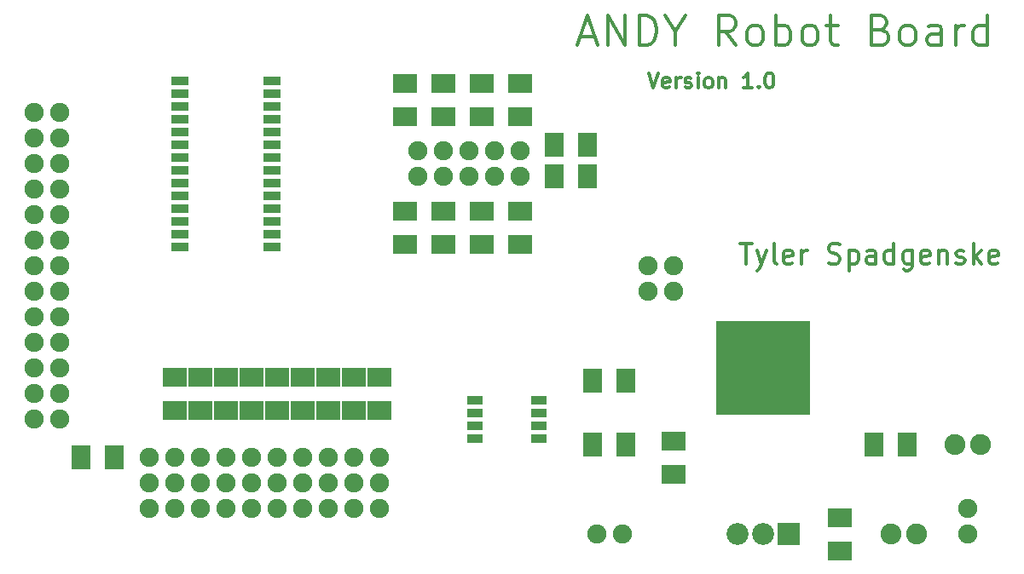
<source format=gts>
G04 (created by PCBNEW (2013-07-07 BZR 4022)-stable) date 8/21/2014 4:39:55 PM*
%MOIN*%
G04 Gerber Fmt 3.4, Leading zero omitted, Abs format*
%FSLAX34Y34*%
G01*
G70*
G90*
G04 APERTURE LIST*
%ADD10C,0.00393701*%
%ADD11C,0.011811*%
%ADD12R,0.085748X0.085748*%
%ADD13C,0.085748*%
%ADD14R,0.365748X0.365748*%
%ADD15R,0.060748X0.035748*%
%ADD16R,0.065748X0.035748*%
%ADD17R,0.095748X0.075748*%
%ADD18R,0.075748X0.095748*%
%ADD19C,0.0748031*%
%ADD20C,0.081748*%
G04 APERTURE END LIST*
G54D10*
G54D11*
X56025Y-74448D02*
X56222Y-75039D01*
X56419Y-74448D01*
X56840Y-75010D02*
X56784Y-75039D01*
X56672Y-75039D01*
X56615Y-75010D01*
X56587Y-74954D01*
X56587Y-74729D01*
X56615Y-74673D01*
X56672Y-74645D01*
X56784Y-74645D01*
X56840Y-74673D01*
X56868Y-74729D01*
X56868Y-74785D01*
X56587Y-74842D01*
X57122Y-75039D02*
X57122Y-74645D01*
X57122Y-74757D02*
X57150Y-74701D01*
X57178Y-74673D01*
X57234Y-74645D01*
X57290Y-74645D01*
X57459Y-75010D02*
X57515Y-75039D01*
X57628Y-75039D01*
X57684Y-75010D01*
X57712Y-74954D01*
X57712Y-74926D01*
X57684Y-74870D01*
X57628Y-74842D01*
X57543Y-74842D01*
X57487Y-74814D01*
X57459Y-74757D01*
X57459Y-74729D01*
X57487Y-74673D01*
X57543Y-74645D01*
X57628Y-74645D01*
X57684Y-74673D01*
X57965Y-75039D02*
X57965Y-74645D01*
X57965Y-74448D02*
X57937Y-74476D01*
X57965Y-74504D01*
X57993Y-74476D01*
X57965Y-74448D01*
X57965Y-74504D01*
X58331Y-75039D02*
X58275Y-75010D01*
X58246Y-74982D01*
X58218Y-74926D01*
X58218Y-74757D01*
X58246Y-74701D01*
X58275Y-74673D01*
X58331Y-74645D01*
X58415Y-74645D01*
X58471Y-74673D01*
X58500Y-74701D01*
X58528Y-74757D01*
X58528Y-74926D01*
X58500Y-74982D01*
X58471Y-75010D01*
X58415Y-75039D01*
X58331Y-75039D01*
X58781Y-74645D02*
X58781Y-75039D01*
X58781Y-74701D02*
X58809Y-74673D01*
X58865Y-74645D01*
X58949Y-74645D01*
X59006Y-74673D01*
X59034Y-74729D01*
X59034Y-75039D01*
X60074Y-75039D02*
X59737Y-75039D01*
X59906Y-75039D02*
X59906Y-74448D01*
X59849Y-74532D01*
X59793Y-74589D01*
X59737Y-74617D01*
X60327Y-74982D02*
X60356Y-75010D01*
X60327Y-75039D01*
X60299Y-75010D01*
X60327Y-74982D01*
X60327Y-75039D01*
X60721Y-74448D02*
X60777Y-74448D01*
X60834Y-74476D01*
X60862Y-74504D01*
X60890Y-74560D01*
X60918Y-74673D01*
X60918Y-74814D01*
X60890Y-74926D01*
X60862Y-74982D01*
X60834Y-75010D01*
X60777Y-75039D01*
X60721Y-75039D01*
X60665Y-75010D01*
X60637Y-74982D01*
X60609Y-74926D01*
X60580Y-74814D01*
X60580Y-74673D01*
X60609Y-74560D01*
X60637Y-74504D01*
X60665Y-74476D01*
X60721Y-74448D01*
X53363Y-73040D02*
X53925Y-73040D01*
X53251Y-73378D02*
X53644Y-72196D01*
X54038Y-73378D01*
X54432Y-73378D02*
X54432Y-72196D01*
X55107Y-73378D01*
X55107Y-72196D01*
X55669Y-73378D02*
X55669Y-72196D01*
X55950Y-72196D01*
X56119Y-72253D01*
X56231Y-72365D01*
X56288Y-72478D01*
X56344Y-72703D01*
X56344Y-72871D01*
X56288Y-73096D01*
X56231Y-73209D01*
X56119Y-73321D01*
X55950Y-73378D01*
X55669Y-73378D01*
X57075Y-72815D02*
X57075Y-73378D01*
X56681Y-72196D02*
X57075Y-72815D01*
X57469Y-72196D01*
X59437Y-73378D02*
X59044Y-72815D01*
X58762Y-73378D02*
X58762Y-72196D01*
X59212Y-72196D01*
X59325Y-72253D01*
X59381Y-72309D01*
X59437Y-72421D01*
X59437Y-72590D01*
X59381Y-72703D01*
X59325Y-72759D01*
X59212Y-72815D01*
X58762Y-72815D01*
X60112Y-73378D02*
X60000Y-73321D01*
X59943Y-73265D01*
X59887Y-73153D01*
X59887Y-72815D01*
X59943Y-72703D01*
X60000Y-72646D01*
X60112Y-72590D01*
X60281Y-72590D01*
X60393Y-72646D01*
X60450Y-72703D01*
X60506Y-72815D01*
X60506Y-73153D01*
X60450Y-73265D01*
X60393Y-73321D01*
X60281Y-73378D01*
X60112Y-73378D01*
X61012Y-73378D02*
X61012Y-72196D01*
X61012Y-72646D02*
X61125Y-72590D01*
X61350Y-72590D01*
X61462Y-72646D01*
X61518Y-72703D01*
X61575Y-72815D01*
X61575Y-73153D01*
X61518Y-73265D01*
X61462Y-73321D01*
X61350Y-73378D01*
X61125Y-73378D01*
X61012Y-73321D01*
X62249Y-73378D02*
X62137Y-73321D01*
X62081Y-73265D01*
X62024Y-73153D01*
X62024Y-72815D01*
X62081Y-72703D01*
X62137Y-72646D01*
X62249Y-72590D01*
X62418Y-72590D01*
X62531Y-72646D01*
X62587Y-72703D01*
X62643Y-72815D01*
X62643Y-73153D01*
X62587Y-73265D01*
X62531Y-73321D01*
X62418Y-73378D01*
X62249Y-73378D01*
X62981Y-72590D02*
X63431Y-72590D01*
X63149Y-72196D02*
X63149Y-73209D01*
X63206Y-73321D01*
X63318Y-73378D01*
X63431Y-73378D01*
X65118Y-72759D02*
X65287Y-72815D01*
X65343Y-72871D01*
X65399Y-72984D01*
X65399Y-73153D01*
X65343Y-73265D01*
X65287Y-73321D01*
X65174Y-73378D01*
X64724Y-73378D01*
X64724Y-72196D01*
X65118Y-72196D01*
X65230Y-72253D01*
X65287Y-72309D01*
X65343Y-72421D01*
X65343Y-72534D01*
X65287Y-72646D01*
X65230Y-72703D01*
X65118Y-72759D01*
X64724Y-72759D01*
X66074Y-73378D02*
X65961Y-73321D01*
X65905Y-73265D01*
X65849Y-73153D01*
X65849Y-72815D01*
X65905Y-72703D01*
X65961Y-72646D01*
X66074Y-72590D01*
X66243Y-72590D01*
X66355Y-72646D01*
X66411Y-72703D01*
X66468Y-72815D01*
X66468Y-73153D01*
X66411Y-73265D01*
X66355Y-73321D01*
X66243Y-73378D01*
X66074Y-73378D01*
X67480Y-73378D02*
X67480Y-72759D01*
X67424Y-72646D01*
X67311Y-72590D01*
X67086Y-72590D01*
X66974Y-72646D01*
X67480Y-73321D02*
X67368Y-73378D01*
X67086Y-73378D01*
X66974Y-73321D01*
X66918Y-73209D01*
X66918Y-73096D01*
X66974Y-72984D01*
X67086Y-72928D01*
X67368Y-72928D01*
X67480Y-72871D01*
X68042Y-73378D02*
X68042Y-72590D01*
X68042Y-72815D02*
X68099Y-72703D01*
X68155Y-72646D01*
X68267Y-72590D01*
X68380Y-72590D01*
X69280Y-73378D02*
X69280Y-72196D01*
X69280Y-73321D02*
X69167Y-73378D01*
X68942Y-73378D01*
X68830Y-73321D01*
X68774Y-73265D01*
X68717Y-73153D01*
X68717Y-72815D01*
X68774Y-72703D01*
X68830Y-72646D01*
X68942Y-72590D01*
X69167Y-72590D01*
X69280Y-72646D01*
X59619Y-81131D02*
X60069Y-81131D01*
X59844Y-81918D02*
X59844Y-81131D01*
X60256Y-81393D02*
X60444Y-81918D01*
X60631Y-81393D02*
X60444Y-81918D01*
X60369Y-82106D01*
X60331Y-82143D01*
X60256Y-82181D01*
X61044Y-81918D02*
X60969Y-81881D01*
X60931Y-81806D01*
X60931Y-81131D01*
X61644Y-81881D02*
X61569Y-81918D01*
X61419Y-81918D01*
X61344Y-81881D01*
X61306Y-81806D01*
X61306Y-81506D01*
X61344Y-81431D01*
X61419Y-81393D01*
X61569Y-81393D01*
X61644Y-81431D01*
X61681Y-81506D01*
X61681Y-81581D01*
X61306Y-81656D01*
X62019Y-81918D02*
X62019Y-81393D01*
X62019Y-81543D02*
X62056Y-81468D01*
X62094Y-81431D01*
X62169Y-81393D01*
X62244Y-81393D01*
X63068Y-81881D02*
X63181Y-81918D01*
X63368Y-81918D01*
X63443Y-81881D01*
X63481Y-81843D01*
X63518Y-81768D01*
X63518Y-81693D01*
X63481Y-81618D01*
X63443Y-81581D01*
X63368Y-81543D01*
X63218Y-81506D01*
X63143Y-81468D01*
X63106Y-81431D01*
X63068Y-81356D01*
X63068Y-81281D01*
X63106Y-81206D01*
X63143Y-81168D01*
X63218Y-81131D01*
X63406Y-81131D01*
X63518Y-81168D01*
X63856Y-81393D02*
X63856Y-82181D01*
X63856Y-81431D02*
X63931Y-81393D01*
X64081Y-81393D01*
X64156Y-81431D01*
X64193Y-81468D01*
X64231Y-81543D01*
X64231Y-81768D01*
X64193Y-81843D01*
X64156Y-81881D01*
X64081Y-81918D01*
X63931Y-81918D01*
X63856Y-81881D01*
X64906Y-81918D02*
X64906Y-81506D01*
X64868Y-81431D01*
X64793Y-81393D01*
X64643Y-81393D01*
X64568Y-81431D01*
X64906Y-81881D02*
X64831Y-81918D01*
X64643Y-81918D01*
X64568Y-81881D01*
X64531Y-81806D01*
X64531Y-81731D01*
X64568Y-81656D01*
X64643Y-81618D01*
X64831Y-81618D01*
X64906Y-81581D01*
X65618Y-81918D02*
X65618Y-81131D01*
X65618Y-81881D02*
X65543Y-81918D01*
X65393Y-81918D01*
X65318Y-81881D01*
X65281Y-81843D01*
X65243Y-81768D01*
X65243Y-81543D01*
X65281Y-81468D01*
X65318Y-81431D01*
X65393Y-81393D01*
X65543Y-81393D01*
X65618Y-81431D01*
X66331Y-81393D02*
X66331Y-82031D01*
X66293Y-82106D01*
X66256Y-82143D01*
X66181Y-82181D01*
X66068Y-82181D01*
X65993Y-82143D01*
X66331Y-81881D02*
X66256Y-81918D01*
X66106Y-81918D01*
X66031Y-81881D01*
X65993Y-81843D01*
X65956Y-81768D01*
X65956Y-81543D01*
X65993Y-81468D01*
X66031Y-81431D01*
X66106Y-81393D01*
X66256Y-81393D01*
X66331Y-81431D01*
X67005Y-81881D02*
X66930Y-81918D01*
X66780Y-81918D01*
X66705Y-81881D01*
X66668Y-81806D01*
X66668Y-81506D01*
X66705Y-81431D01*
X66780Y-81393D01*
X66930Y-81393D01*
X67005Y-81431D01*
X67043Y-81506D01*
X67043Y-81581D01*
X66668Y-81656D01*
X67380Y-81393D02*
X67380Y-81918D01*
X67380Y-81468D02*
X67418Y-81431D01*
X67493Y-81393D01*
X67605Y-81393D01*
X67680Y-81431D01*
X67718Y-81506D01*
X67718Y-81918D01*
X68055Y-81881D02*
X68130Y-81918D01*
X68280Y-81918D01*
X68355Y-81881D01*
X68393Y-81806D01*
X68393Y-81768D01*
X68355Y-81693D01*
X68280Y-81656D01*
X68168Y-81656D01*
X68093Y-81618D01*
X68055Y-81543D01*
X68055Y-81506D01*
X68093Y-81431D01*
X68168Y-81393D01*
X68280Y-81393D01*
X68355Y-81431D01*
X68730Y-81918D02*
X68730Y-81131D01*
X68805Y-81618D02*
X69030Y-81918D01*
X69030Y-81393D02*
X68730Y-81693D01*
X69668Y-81881D02*
X69593Y-81918D01*
X69443Y-81918D01*
X69368Y-81881D01*
X69330Y-81806D01*
X69330Y-81506D01*
X69368Y-81431D01*
X69443Y-81393D01*
X69593Y-81393D01*
X69668Y-81431D01*
X69705Y-81506D01*
X69705Y-81581D01*
X69330Y-81656D01*
G54D12*
X61500Y-92500D03*
G54D13*
X59500Y-92500D03*
X60500Y-92500D03*
G54D14*
X60500Y-86000D03*
G54D15*
X49250Y-88750D03*
X49250Y-88250D03*
X49250Y-87750D03*
X49250Y-87250D03*
X51750Y-87250D03*
X51750Y-87750D03*
X51750Y-88250D03*
X51750Y-88750D03*
G54D16*
X37700Y-74750D03*
X37700Y-75250D03*
X37700Y-75750D03*
X37700Y-76250D03*
X37700Y-76750D03*
X37700Y-77250D03*
X37700Y-77750D03*
X37700Y-78250D03*
X37700Y-78750D03*
X37700Y-79250D03*
X37700Y-79750D03*
X37700Y-80250D03*
X37700Y-80750D03*
X37700Y-81250D03*
X41300Y-81250D03*
X41300Y-80750D03*
X41300Y-80250D03*
X41300Y-79750D03*
X41300Y-79250D03*
X41300Y-78750D03*
X41300Y-78250D03*
X41300Y-77750D03*
X41300Y-77250D03*
X41300Y-76750D03*
X41300Y-76250D03*
X41300Y-75750D03*
X41300Y-75250D03*
X41300Y-74750D03*
G54D17*
X45500Y-87650D03*
X45500Y-86350D03*
X48000Y-74850D03*
X48000Y-76150D03*
X46500Y-74850D03*
X46500Y-76150D03*
G54D18*
X53650Y-77250D03*
X52350Y-77250D03*
X52350Y-78500D03*
X53650Y-78500D03*
G54D17*
X51000Y-79850D03*
X51000Y-81150D03*
X49500Y-79850D03*
X49500Y-81150D03*
X48000Y-79850D03*
X48000Y-81150D03*
X46500Y-79850D03*
X46500Y-81150D03*
X63500Y-93150D03*
X63500Y-91850D03*
X51000Y-74850D03*
X51000Y-76150D03*
X41500Y-87650D03*
X41500Y-86350D03*
X40500Y-87650D03*
X40500Y-86350D03*
X39500Y-87650D03*
X39500Y-86350D03*
X37500Y-87650D03*
X37500Y-86350D03*
X38500Y-86350D03*
X38500Y-87650D03*
G54D18*
X33850Y-89500D03*
X35150Y-89500D03*
G54D17*
X42500Y-86350D03*
X42500Y-87650D03*
X43500Y-86350D03*
X43500Y-87650D03*
X44500Y-86350D03*
X44500Y-87650D03*
X49500Y-74850D03*
X49500Y-76150D03*
G54D18*
X66150Y-89000D03*
X64850Y-89000D03*
X53850Y-86500D03*
X55150Y-86500D03*
X53850Y-89000D03*
X55150Y-89000D03*
G54D17*
X57000Y-88850D03*
X57000Y-90150D03*
G54D19*
X40500Y-91500D03*
X40500Y-90500D03*
X40500Y-89500D03*
X41500Y-91500D03*
X41500Y-90500D03*
X41500Y-89500D03*
X42500Y-91500D03*
X42500Y-90500D03*
X42500Y-89500D03*
X43500Y-91500D03*
X43500Y-90500D03*
X43500Y-89500D03*
X44500Y-91500D03*
X44500Y-90500D03*
X44500Y-89500D03*
X45500Y-91500D03*
X45500Y-90500D03*
X45500Y-89500D03*
X39500Y-91500D03*
X39500Y-90500D03*
X39500Y-89500D03*
X38500Y-91500D03*
X38500Y-90500D03*
X38500Y-89500D03*
X37500Y-91500D03*
X37500Y-90500D03*
X37500Y-89500D03*
X36500Y-91500D03*
X36500Y-90500D03*
X36500Y-89500D03*
X32000Y-88000D03*
X32000Y-87000D03*
X32000Y-86000D03*
X33000Y-86000D03*
X33000Y-87000D03*
X33000Y-88000D03*
X33000Y-85000D03*
X32000Y-85000D03*
X33000Y-84000D03*
X32000Y-84000D03*
X33000Y-83000D03*
X32000Y-83000D03*
X33000Y-82000D03*
X32000Y-82000D03*
X33000Y-81000D03*
X32000Y-81000D03*
X33000Y-80000D03*
X32000Y-80000D03*
X33000Y-79000D03*
X32000Y-79000D03*
X33000Y-78000D03*
X32000Y-78000D03*
X33000Y-77000D03*
X32000Y-77000D03*
X33000Y-76000D03*
X32000Y-76000D03*
G54D20*
X66500Y-92500D03*
X65500Y-92500D03*
X68000Y-89000D03*
X69000Y-89000D03*
G54D19*
X54000Y-92500D03*
X55000Y-92500D03*
X56000Y-82000D03*
X56000Y-83000D03*
X57000Y-83000D03*
X57000Y-82000D03*
X47000Y-77500D03*
X47000Y-78500D03*
X48000Y-77500D03*
X48000Y-78500D03*
X49000Y-77500D03*
X49000Y-78500D03*
X50000Y-77500D03*
X50000Y-78500D03*
X51000Y-77500D03*
X51000Y-78500D03*
X68500Y-92500D03*
X68500Y-91500D03*
M02*

</source>
